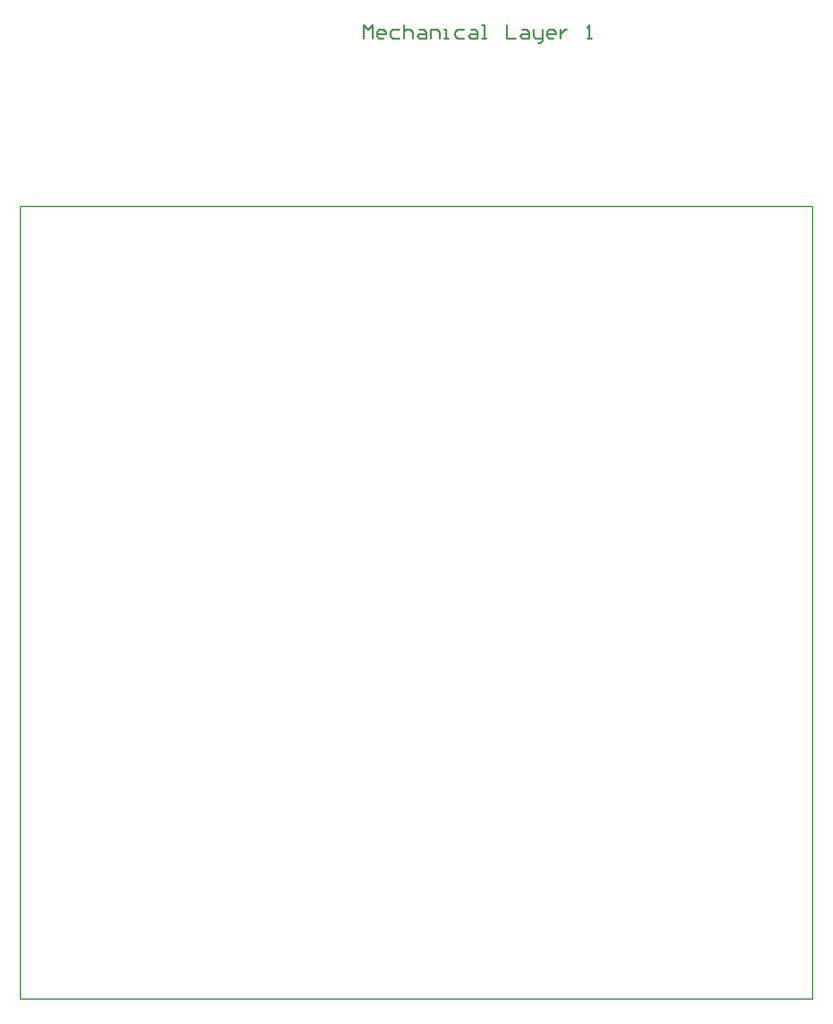
<source format=gm1>
%FSLAX23Y23*%
%MOIN*%
G70*
G01*
G75*
G04 Layer_Color=16776960*
%ADD10C,0.013*%
%ADD11R,0.024X0.080*%
%ADD12O,0.024X0.080*%
%ADD13R,0.039X0.071*%
%ADD14R,0.057X0.035*%
%ADD15R,0.035X0.057*%
%ADD16R,0.036X0.036*%
%ADD17R,0.060X0.052*%
%ADD18O,0.030X0.020*%
%ADD19O,0.030X0.059*%
%ADD20O,0.028X0.059*%
%ADD21R,0.071X0.126*%
%ADD22R,0.036X0.050*%
%ADD23R,0.050X0.036*%
%ADD24R,0.095X0.091*%
%ADD25R,0.071X0.039*%
%ADD26R,0.079X0.079*%
%ADD27R,0.051X0.079*%
%ADD28R,0.052X0.060*%
%ADD29O,0.059X0.028*%
%ADD30O,0.059X0.030*%
%ADD31O,0.020X0.030*%
%ADD32R,0.063X0.071*%
%ADD33O,0.013X0.055*%
%ADD34R,0.013X0.055*%
%ADD35O,0.080X0.024*%
%ADD36R,0.037X0.037*%
%ADD37R,0.033X0.037*%
%ADD38R,0.114X0.095*%
%ADD39O,0.067X0.047*%
%ADD40O,0.031X0.043*%
%ADD41O,0.047X0.067*%
%ADD42O,0.043X0.031*%
%ADD43R,0.060X0.100*%
%ADD44C,0.050*%
%ADD45R,0.060X0.060*%
%ADD46R,0.050X0.060*%
%ADD47R,0.079X0.051*%
%ADD48C,0.016*%
%ADD49C,0.024*%
%ADD50C,0.010*%
%ADD51C,0.032*%
%ADD52C,0.020*%
%ADD53C,0.008*%
%ADD54C,0.080*%
%ADD55C,0.050*%
%ADD56C,0.100*%
%ADD57C,0.040*%
%ADD58C,0.005*%
%ADD59C,0.118*%
%ADD60C,0.150*%
%ADD61C,0.060*%
%ADD62R,0.062X0.062*%
%ADD63C,0.062*%
%ADD64R,0.064X0.064*%
%ADD65C,0.064*%
%ADD66R,0.050X0.040*%
%ADD67R,0.100X0.100*%
%ADD68C,0.100*%
%ADD69C,0.047*%
%ADD70O,0.060X0.079*%
%ADD71R,0.070X0.070*%
%ADD72C,0.070*%
%ADD73C,0.180*%
%ADD74C,0.022*%
%ADD75C,0.016*%
%ADD76C,0.028*%
%ADD77C,0.032*%
%ADD78R,0.071X0.063*%
%ADD79C,0.008*%
%ADD80C,0.010*%
%ADD81C,0.012*%
%ADD82C,0.004*%
%ADD83R,0.028X0.084*%
%ADD84O,0.028X0.084*%
%ADD85R,0.043X0.075*%
%ADD86R,0.061X0.039*%
%ADD87R,0.039X0.061*%
%ADD88R,0.040X0.040*%
%ADD89R,0.064X0.056*%
%ADD90O,0.034X0.024*%
%ADD91O,0.034X0.063*%
%ADD92O,0.032X0.063*%
%ADD93R,0.075X0.130*%
%ADD94R,0.040X0.054*%
%ADD95R,0.054X0.040*%
%ADD96R,0.099X0.095*%
%ADD97R,0.075X0.043*%
%ADD98R,0.083X0.083*%
%ADD99R,0.055X0.083*%
%ADD100R,0.056X0.064*%
%ADD101O,0.063X0.032*%
%ADD102O,0.063X0.034*%
%ADD103O,0.024X0.034*%
%ADD104R,0.067X0.075*%
%ADD105O,0.017X0.059*%
%ADD106R,0.017X0.059*%
%ADD107O,0.084X0.028*%
%ADD108R,0.041X0.041*%
%ADD109R,0.037X0.041*%
%ADD110R,0.118X0.099*%
%ADD111O,0.071X0.051*%
%ADD112O,0.035X0.047*%
%ADD113O,0.051X0.071*%
%ADD114O,0.047X0.035*%
%ADD115R,0.064X0.104*%
%ADD116C,0.054*%
%ADD117R,0.054X0.064*%
%ADD118R,0.083X0.055*%
%ADD119C,0.122*%
%ADD120C,0.154*%
%ADD121R,0.066X0.066*%
%ADD122C,0.066*%
%ADD123R,0.068X0.068*%
%ADD124C,0.068*%
%ADD125R,0.054X0.044*%
%ADD126R,0.104X0.104*%
%ADD127C,0.104*%
%ADD128C,0.051*%
%ADD129O,0.064X0.083*%
%ADD130R,0.074X0.074*%
%ADD131C,0.074*%
%ADD132C,0.184*%
%ADD133R,0.075X0.067*%
D50*
X1790Y5010D02*
Y5080D01*
X1813Y5057D01*
X1837Y5080D01*
Y5010D01*
X1895D02*
X1872D01*
X1860Y5022D01*
Y5045D01*
X1872Y5057D01*
X1895D01*
X1907Y5045D01*
Y5033D01*
X1860D01*
X1977Y5057D02*
X1942D01*
X1930Y5045D01*
Y5022D01*
X1942Y5010D01*
X1977D01*
X2000Y5080D02*
Y5010D01*
Y5045D01*
X2012Y5057D01*
X2035D01*
X2047Y5045D01*
Y5010D01*
X2082Y5057D02*
X2105D01*
X2117Y5045D01*
Y5010D01*
X2082D01*
X2070Y5022D01*
X2082Y5033D01*
X2117D01*
X2140Y5010D02*
Y5057D01*
X2175D01*
X2187Y5045D01*
Y5010D01*
X2210D02*
X2233D01*
X2222D01*
Y5057D01*
X2210D01*
X2315D02*
X2280D01*
X2268Y5045D01*
Y5022D01*
X2280Y5010D01*
X2315D01*
X2350Y5057D02*
X2373D01*
X2385Y5045D01*
Y5010D01*
X2350D01*
X2338Y5022D01*
X2350Y5033D01*
X2385D01*
X2408Y5010D02*
X2431D01*
X2420D01*
Y5080D01*
X2408D01*
X2536D02*
Y5010D01*
X2583D01*
X2618Y5057D02*
X2641D01*
X2653Y5045D01*
Y5010D01*
X2618D01*
X2606Y5022D01*
X2618Y5033D01*
X2653D01*
X2676Y5057D02*
Y5022D01*
X2688Y5010D01*
X2723D01*
Y4998D01*
X2711Y4987D01*
X2700D01*
X2723Y5010D02*
Y5057D01*
X2781Y5010D02*
X2758D01*
X2746Y5022D01*
Y5045D01*
X2758Y5057D01*
X2781D01*
X2793Y5045D01*
Y5033D01*
X2746D01*
X2816Y5057D02*
Y5010D01*
Y5033D01*
X2828Y5045D01*
X2840Y5057D01*
X2851D01*
X2956Y5010D02*
X2980D01*
X2968D01*
Y5080D01*
X2956Y5068D01*
D58*
X0Y-0D02*
Y4134D01*
Y-0D02*
X4134D01*
Y4134D01*
X0D02*
X4134D01*
X0Y2953D02*
Y3504D01*
M02*

</source>
